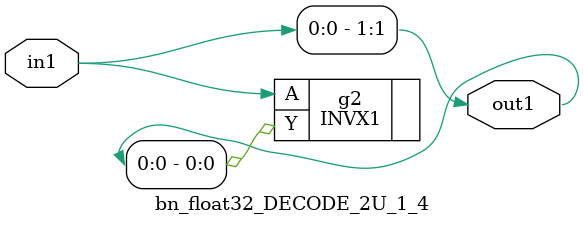
<source format=v>
`timescale 1ps / 1ps


module bn_float32_DECODE_2U_1_4(in1, out1);
  input in1;
  output [1:0] out1;
  wire in1;
  wire [1:0] out1;
  assign out1[1] = in1;
  INVX1 g2(.A (in1), .Y (out1[0]));
endmodule



</source>
